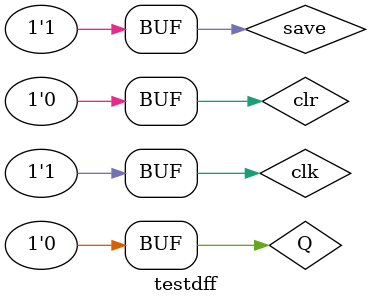
<source format=v>
`timescale 1ns / 1ps


module testdff(

    );
    reg Q,clk,save,clr;
    wire D;
   dff bitmem(Q,D,save,clk,clr);
   initial begin
   clr=1;
   #50
   clr=0;
   Q=1;
   save=1;
   clk=1;
   #10
   save=0;
   #10
   save=1;
   Q=0;
   #50
   clk=0;
   #50
   Q=1;
   save=0;
   clk=1;
   #50
   clk=0;
   #50
   clk=1;
   save=1;
   Q=0;
   end
endmodule

</source>
